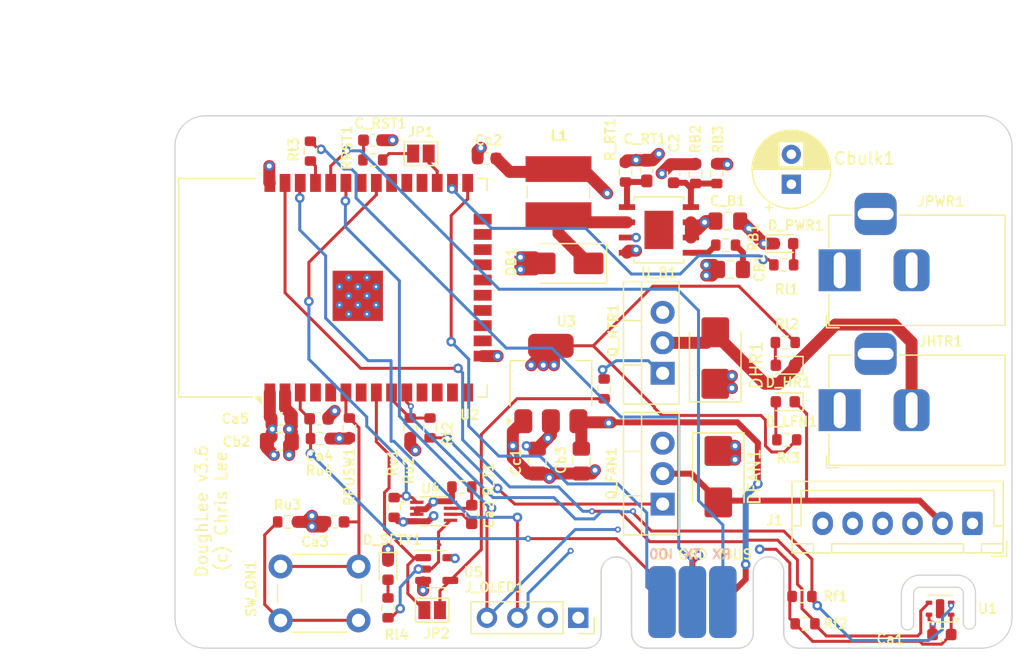
<source format=kicad_pcb>
(kicad_pcb (version 20240108) (generator "pcbnew") (generator_version "8.0")
  (layers (0 "F.Cu" signal) (1 "In1.Cu" signal) (2 "In2.Cu" signal) (31 "B.Cu" signal) (34 "B.Paste" user) (35 "F.Paste" user) (36 "B.SilkS" user "B.Silkscreen") (37 "F.SilkS" user "F.Silkscreen") (38 "B.Mask" user) (39 "F.Mask" user) (44 "Edge.Cuts" user))
  (net 0 "")
  (net 1 "+3.3V")
  (net 2 "Net-(CB1-Pad1)")
  (net 3 "PFAN+")
  (net 4 "EN")
  (net 5 "Net-(Ru3-Pad1)")
  (net 6 "RST")
  (net 7 "Net-(U_B1-RT)")
  (net 8 "Net-(DB1-K)")
  (net 9 "PFAN-")
  (net 10 "PHR-")
  (net 11 "VBUS")
  (net 12 "Net-(D_HR1-A)")
  (net 13 "Net-(D_LFN1-A)")
  (net 14 "Net-(D_PWR1-A)")
  (net 15 "Net-(JP1-A)")
  (net 16 "GND")
  (net 17 "GPIO21")
  (net 18 "GPIO22")
  (net 19 "RXC")
  (net 20 "GPIO0")
  (net 21 "Net-(Q_FAN1-G)")
  (net 22 "GPIO16")
  (net 23 "Net-(Q_HTR1-G)")
  (net 24 "Net-(U_B1-VC)")
  (net 25 "DHTR")
  (net 26 "DFAN")
  (net 27 "DBUT")
  (net 28 "RX")
  (net 29 "TX")
  (net 30 "GPIO25")
  (net 31 "GPIO23")
  (net 32 "Net-(U_B1-FB)")
  (net 33 "GPIO4")
  (net 35 "GPIO35")
  (net 38 "GPIO14")
  (net 48 "GPIO2")
  (net 52 "GPIO18")
  (net 53 "GPIO19")
  (net 57 "Net-(U4-REXT{slash}CEXT)")
  (net 58 "Net-(U4-CEXT)")
  (net 59 "QHTR")
  (net 60 "Net-(D_SFTY1-A)")
  (net 61 "DSFTY")
  (footprint "Jumper:SolderJumper-2_P1.3mm_Open_Pad1.0x1.5mm" (layer "F.Cu") (at 67.5132 31.0896)
    (property "Reference" "JP1")
    (property "Value" "SolderJumper_2_Open" (hide yes))
  )
  (footprint "chl33_library:EdgeConnector_2x3" (layer "F.Cu") (at 90.17 71.12 180)
    (property "Reference" "J3" (hide yes))
    (property "Value" "Edge2x6_Connector" (hide yes))
    (fp_line (start 7.62 5.08) (end 7.62 0) (stroke (width 0.12)) (layer "Edge.Cuts"))
    (fp_line (start 5.08 0) (end 5.08 5.08) (stroke (width 0.12)) (layer "Edge.Cuts"))
    (fp_line (start -3.81 -1.27) (end 3.81 -1.27) (stroke (width 0.12)) (layer "Edge.Cuts"))
    (fp_line (start -5.08 5.08) (end -5.08 0) (stroke (width 0.12)) (layer "Edge.Cuts"))
    (fp_line (start -7.62 5.08) (end -7.62 0) (stroke (width 0.12)) (layer "Edge.Cuts"))
    (fp_arc (start 7.62 5.08) (mid 6.35 6.35) (end 5.08 5.08) (stroke (width 0.12)) (layer "Edge.Cuts"))
    (fp_arc (start 7.62 0) (mid 7.991974 -0.898026) (end 8.89 -1.27) (stroke (width 0.12)) (layer "Edge.Cuts"))
    (fp_arc (start 3.81 -1.27) (mid 4.708026 -0.898026) (end 5.08 0) (stroke (width 0.12)) (layer "Edge.Cuts"))
    (fp_arc (start -5.08 5.08) (mid -6.35 6.35) (end -7.62 5.08) (stroke (width 0.12)) (layer "Edge.Cuts"))
    (fp_arc (start -5.08 0) (mid -4.708026 -0.898026) (end -3.81 -1.27) (stroke (width 0.12)) (layer "Edge.Cuts"))
    (fp_arc (start -8.89 -1.27) (mid -7.991974 -0.898026) (end -7.62 0) (stroke (width 0.12)) (layer "Edge.Cuts"))
  )
  (footprint "Package_TO_SOT_THT:TO-220-3_Vertical" (layer "F.Cu") (at 87.686 60.357 90)
    (property "Reference" "Q_FAN1")
    (property "Value" "IRLB8721PBF")
  )
  (footprint "chl33_library:BD90610EFJ-CE2" (layer "F.Cu") (at 87.376 37.465)
    (property "Reference" "U_B1")
    (property "Value" "BD90610EFJ-CE2")
  )
  (footprint "Capacitor_SMD:C_0603_1608Metric" (layer "F.Cu") (at 110.985 71.255 180)
    (property "Reference" "Ca1")
    (property "Value" "100nF")
  )
  (footprint "Capacitor_SMD:C_0805_2012Metric_Pad1.18x1.45mm_HandSolder" (layer "F.Cu") (at 93.1164 36.7284)
    (property "Reference" "C_B1")
    (property "Value" "4.7uF")
  )
  (footprint "Connector_JST:JST_XH_B6B-XH-A_1x06_P2.50mm_Vertical" (layer "F.Cu") (at 113.538 61.976 180)
    (property "Reference" "J1")
    (property "Value" "Conn_01x06" (hide yes))
  )
  (footprint "Resistor_SMD:R_0603_1608Metric" (layer "F.Cu") (at 92.202 32.766 90)
    (property "Reference" "RB3")
    (property "Value" "8.2k")
  )
  (footprint "Resistor_SMD:R_0603_1608Metric" (layer "F.Cu") (at 59.1312 54.8894)
    (property "Reference" "Ru4")
    (property "Value" "10k")
  )
  (footprint "LED_SMD:LED_0603_1608Metric" (layer "F.Cu") (at 97.79 38.608)
    (property "Reference" "D_PWR1")
    (property "Value" "BLU")
  )
  (footprint "Diode_SMD:D_SMB" (layer "F.Cu") (at 92.329 58.071 -90)
    (property "Reference" "DFAN1")
    (property "Value" "1N4001")
  )
  (footprint "Capacitor_SMD:C_0805_2012Metric_Pad1.18x1.45mm_HandSolder" (layer "F.Cu") (at 77.216 56.769 -90)
    (property "Reference" "Cc1")
    (property "Value" "47uF")
  )
  (footprint "Diode_SMD:D_SMA" (layer "F.Cu") (at 79.502 40.259 180)
    (property "Reference" "DB1")
    (property "Value" "SS34")
  )
  (footprint "Resistor_SMD:R_0603_1608Metric" (layer "F.Cu") (at 97.79 40.386)
    (property "Reference" "Rl1")
    (property "Value" "1k")
  )
  (footprint "Connector_BarrelJack:BarrelJack_Horizontal" (layer "F.Cu") (at 102.458 40.8355 180)
    (property "Reference" "JPWR1")
    (property "Value" "Barrel_Jack")
  )
  (footprint "Capacitor_SMD:C_0603_1608Metric_Pad1.08x0.95mm_HandSolder" (layer "F.Cu") (at 86.36 32.512 -90)
    (property "Reference" "C_RT1")
    (property "Value" "100pF")
  )
  (footprint "Resistor_SMD:R_0603_1608Metric" (layer "F.Cu") (at 56.388 61.849)
    (property "Reference" "Ru3")
    (property "Value" "10k")
  )
  (footprint "chl33_library:CD54" (layer "F.Cu") (at 78.994 34.31 180)
    (property "Reference" "L1")
    (property "Value" "100 μH")
  )
  (footprint "MountingHole:MountingHole_2.5mm" (layer "F.Cu") (at 49.53 69.85)
    (property "Reference" "REF**" (hide yes))
    (property "Value" "MountingHole_2.5mm" (hide yes))
  )
  (footprint "Resistor_SMD:R_0603_1608Metric" (layer "F.Cu") (at 63.5 31.623)
    (property "Reference" "RRST1")
    (property "Value" "470")
  )
  (footprint "LED_SMD:LED_0603_1608Metric" (layer "F.Cu") (at 64.77 65.8875 -90)
    (property "Reference" "D_SFTY1")
    (property "Value" "LED" (hide yes))
  )
  (footprint "Resistor_SMD:R_0603_1608Metric" (layer "F.Cu") (at 64.77 69.025 90)
    (property "Reference" "Rl4")
    (property "Value" "1k")
  )
  (footprint "Connector_BarrelJack:BarrelJack_Horizontal" (layer "F.Cu") (at 102.458 52.5195 180)
    (property "Reference" "JHTR1")
    (property "Value" "Barrel_Jack")
  )
  (footprint "Resistor_SMD:R_0603_1608Metric" (layer "F.Cu") (at 82.804 50.737 90)
    (property "Reference" "Rt1" (hide yes))
    (property "Value" "490")
  )
  (footprint "LED_SMD:LED_0603_1608Metric" (layer "F.Cu") (at 97.917 51.816 180)
    (property "Reference" "D_LFN1")
    (property "Value" "LED" (hide yes))
  )
  (footprint "Sensor_Humidity:Sensirion_DFN-4-1EP_2x2mm_P1mm_EP0.7x1.6mm" (layer "F.Cu") (at 110.835 69.096 180)
    (property "Reference" "U1")
    (property "Value" "SHTC3")
  )
  (footprint "Resistor_SMD:R_0603_1608Metric" (layer "F.Cu") (at 99.568 70.358 180)
    (property "Reference" "Rf2")
    (property "Value" "2.2k")
  )
  (footprint "chl33_library:SOT-23-5" (layer "F.Cu") (at 68.834 65.786)
    (property "Reference" "U5")
    (property "Value" "74LVC1G08")
  )
  (footprint "Capacitor_SMD:C_0805_2012Metric_Pad1.18x1.45mm_HandSolder" (layer "F.Cu") (at 80.899 56.769 -90)
    (property "Reference" "Cb3")
    (property "Value" "10uF")
  )
  (footprint "Capacitor_SMD:C_0603_1608Metric" (layer "F.Cu") (at 73.025 31.496 180)
    (property "Reference" "Cc2")
    (property "Value" "44uF (16V)")
  )
  (footprint "Capacitor_SMD:C_0603_1608Metric" (layer "F.Cu") (at 59.0042 53.2384 180)
    (property "Reference" "Ca4")
    (property "Value" "100nF")
  )
  (footprint "Resistor_SMD:R_0603_1608Metric" (layer "F.Cu") (at 90.424 32.766 -90)
    (property "Reference" "RB2")
    (property "Value" "43k")
  )
  (footprint "Resistor_SMD:R_0603_1608Metric" (layer "F.Cu") (at 68.2752 54.0004 -90)
    (property "Reference" "Rt2")
    (property "Value" "490")
  )
  (footprint "Capacitor_THT:CP_Radial_D6.3mm_P2.50mm" (layer "F.Cu") (at 98.425 33.655 90)
    (property "Reference" "Cbulk1")
    (property "Value" "220uF (35Vx2)")
  )
  (footprint "Package_TO_SOT_THT:TO-220-3_Vertical" (layer "F.Cu") (at 87.686 49.435 90)
    (property "Reference" "Q_HTR1")
    (property "Value" "IRLB8721PBF")
  )
  (footprint "Capacitor_SMD:C_0603_1608Metric" (layer "F.Cu") (at 60.325 61.849 180)
    (property "Reference" "Ca3")
    (property "Value" "100nF")
  )
  (footprint "Resistor_SMD:R_0603_1608Metric" (layer "F.Cu") (at 66.6242 54.0004 -90)
    (property "Reference" "Ru2")
    (property "Value" "12k")
  )
  (footprint "Resistor_SMD:R_0603_1608Metric" (layer "F.Cu") (at 65.278 60.642 -90)
    (property "Reference" "Ru1")
    (property "Value" "12k")
  )
  (footprint "Resistor_SMD:R_0603_1608Metric" (layer "F.Cu") (at 98.044 54.991 180)
    (property "Reference" "Rl3")
    (property "Value" "1k")
  )
  (footprint "Resistor_SMD:R_0603_1608Metric" (layer "F.Cu") (at 58.293 30.8864 90)
    (property "Reference" "Rt3")
    (property "Value" "470")
  )
  (footprint "Diode_SMD:D_SMB" (layer "F.Cu") (at 92.075 48.165 90)
    (property "Reference" "DHR1")
    (property "Value" "SS34-E3/9AT")
  )
  (footprint "Resistor_SMD:R_0603_1608Metric" (layer "F.Cu") (at 61.5442 54.0004 90)
    (property "Reference" "RPUSW1")
    (property "Value" "100k")
  )
  (footprint "Capacitor_SMD:C_0603_1608Metric" (layer "F.Cu") (at 63.5 29.972)
    (property "Reference" "C_RST1")
    (property "Value" "100nF")
  )
  (footprint "Package_TO_SOT_SMD:SOT-223-3_TabPin2" (layer "F.Cu") (at 78.359 50.292 90)
    (property "Reference" "U3")
    (property "Value" "AMS1117-3.3")
  )
  (footprint "RF_Module:ESP32-WROOM-32" (layer "F.Cu") (at 63.157 42.291 90)
    (property "Reference" "U2")
    (property "Value" "ESP32-WROOM-32")
  )
  (footprint "Button_Switch_THT:SW_PUSH_6mm" (layer "F.Cu") (at 55.805 65.568)
    (property "Reference" "SW_ON1")
    (property "Value" "SW_Push")
  )
  (footprint "Capacitor_SMD:C_0603_1608Metric" (layer "F.Cu") (at 55.8292 53.2384 180)
    (property "Reference" "Ca5")
    (property "Value" "100nF")
  )
  (footprint "Capacitor_SMD:C_0805_2012Metric_Pad1.18x1.45mm_HandSolder" (layer "F.Cu") (at 93.345 40.767 180)
    (property "Reference" "CB1")
    (property "Value" "10nF (50V)")
  )
  (footprint "Resistor_SMD:R_0603_1608Metric" (layer "F.Cu") (at 99.314 68.072 180)
    (property "Reference" "Rf1")
    (property "Value" "2.2k")
  )
  (footprint "Capacitor_SMD:C_0603_1608Metric" (layer "F.Cu") (at 71.755 61.227 -90)
    (property "Reference" "Ca2")
    (property "Value" "100nF")
  )
  (footprint "chl33_library:SOP50P310X90-8N" (layer "F.Cu") (at 68.58 60.96)
    (property "Reference" "U4")
    (property "Value" "SN74LVC1G123DCUR")
  )
  (footprint "LED_SMD:LED_0603_1608Metric" (layer "F.Cu") (at 97.917 48.768 180)
    (property "Reference" "D_HR1")
    (property "Value" "LED" (hide yes))
  )
  (footprint "Connector_PinSocket_2.54mm:PinSocket_1x04_P2.54mm_Vertical" (layer "F.Cu") (at 80.645 69.85 -90)
    (property "Reference" "J_OLED1")
    (property "Value" "Conn_01x04_Female" (hide yes))
  )
  (footprint "Capacitor_SMD:C_0603_1608Metric" (layer "F.Cu") (at 88.5952 32.753 -90)
    (property "Reference" "C2")
    (property "Value" "180pF (50V)")
  )
  (footprint "MountingHole:MountingHole_2.5mm" (layer "F.Cu") (at 114.3 30.48)
    (property "Reference" "REF**" (hide yes))
    (property "Value" "MountingHole_2.5mm" (hide yes))
  )
  (footprint "Capacitor_SMD:C_0805_2012Metric_Pad1.18x1.45mm_HandSolder" (layer "F.Cu") (at 55.7022 55.1434 180)
    (property "Reference" "Cb2")
    (property "Value" "10uF")
  )
  (footprint "Resistor_SMD:R_0603_1608Metric" (layer "F.Cu") (at 97.917 46.863 180)
    (property "Reference" "Rl2")
    (property "Value" "1k")
  )
  (footprint "Resistor_SMD:R_0603_1608Metric" (layer "F.Cu") (at 92.9425 38.735)
    (property "Reference" "RB1")
    (property "Value" "33k")
  )
  (footprint "Resistor_SMD:R_0603_1608Metric" (layer "F.Cu") (at 84.582 32.639 -90)
    (property "Reference" "R_RT1")
    (property "Value" "27k")
  )
  (footprint "Resistor_SMD:R_0603_1608Metric" (layer "F.Cu") (at 70.93 58.928 180)
    (property "Reference" "R_T1")
    (property "Value" "100k")
  )
  (footprint "Jumper:SolderJumper-2_P1.3mm_Open_Pad1.0x1.5mm" (layer "F.Cu") (at 68.453 69.215)
    (property "Reference" "JP2")
    (property "Value" "SolderJumper_2_Open" (hide yes))
  )
  (footprint "MountingHole:MountingHole_2.5mm" (layer "B.Cu") (at 77.1144 44.196 180)
    (property "Reference" "REF**" (hide yes))
    (property "Value" "MountingHole_2.5mm" (hide yes))
  )
  (gr_arc (start 114.3 27.94) (mid 116.096051 28.683949) (end 116.84 30.48) (stroke (width 0.1)) (layer "Edge.Cuts"))
  (gr_line (start 116.84 30.48) (end 116.84 69.85) (stroke (width 0.1)) (layer "Edge.Cuts"))
  (gr_line (start 46.99 68.58) (end 46.99 30.48) (stroke (width 0.1)) (layer "Edge.Cuts"))
  (gr_arc (start 113.792 70.296369) (mid 113.284 70.804369) (end 112.776 70.296369) (stroke (width 0.1)) (layer "Edge.Cuts"))
  (gr_arc (start 112.268 67.31) (mid 112.62717 67.458821) (end 112.776 67.818) (stroke (width 0.1)) (layer "Edge.Cuts"))
  (gr_line (start 108.624841 67.818) (end 108.624841 70.358) (stroke (width 0.1)) (layer "Edge.Cuts"))
  (gr_line (start 46.99 68.58) (end 46.99 69.85) (stroke (width 0.1)) (layer "Edge.Cuts"))
  (gr_arc (start 107.608841 67.818) (mid 108.055202 66.740364) (end 109.132841 66.294) (stroke (width 0.1)) (layer "Edge.Cuts"))
  (gr_line (start 114.3 72.39) (end 99.06 72.39) (stroke (width 0.1)) (layer "Edge.Cuts"))
  (gr_line (start 109.132841 67.31) (end 112.268 67.31) (stroke (width 0.1)) (layer "Edge.Cuts"))
  (gr_arc (start 116.84 69.85) (mid 116.096051 71.646051) (end 114.3 72.39) (stroke (width 0.1)) (layer "Edge.Cuts"))
  (gr_arc (start 46.99 30.48) (mid 47.733949 28.683949) (end 49.53 27.94) (stroke (width 0.1)) (layer "Edge.Cuts"))
  (gr_arc (start 108.624841 70.358) (mid 108.116841 70.866) (end 107.608841 70.358) (stroke (width 0.1)) (layer "Edge.Cuts"))
  (gr_line (start 113.792 67.818) (end 113.792 70.296369) (stroke (width 0.1)) (layer "Edge.Cuts"))
  (gr_arc (start 49.53 72.39) (mid 47.733949 71.646051) (end 46.99 69.85) (stroke (width 0.1)) (layer "Edge.Cuts"))
  (gr_line (start 81.28 72.39) (end 49.53 72.39) (stroke (width 0.1)) (layer "Edge.Cuts"))
  (gr_arc (start 108.624841 67.818) (mid 108.773622 67.458784) (end 109.132841 67.31) (stroke (width 0.1)) (layer "Edge.Cuts"))
  (gr_line (start 112.776 70.296369) (end 112.776 67.818) (stroke (width 0.1)) (layer "Edge.Cuts"))
  (gr_line (start 109.132841 66.294) (end 112.268 66.294) (stroke (width 0.1)) (layer "Edge.Cuts"))
  (gr_line (start 49.53 27.94) (end 114.3 27.94) (stroke (width 0.1)) (layer "Edge.Cuts"))
  (gr_arc (start 112.268 66.294) (mid 113.34559 66.7404) (end 113.792 67.818) (stroke (width 0.1)) (layer "Edge.Cuts"))
  (gr_line (start 107.608841 70.358) (end 107.608841 67.818) (stroke (width 0.1)) (layer "Edge.Cuts"))
  (gr_text "TX" (at 90.932 65.024 0) (layer "B.SilkS") (effects (font (size 0.8 0.8) (thickness 0.15) (bold yes)) (justify left bottom mirror)))
  (gr_text "RX" (at 93.472 65.024 0) (layer "B.SilkS") (effects (font (size 0.8 0.8) (thickness 0.15) (bold yes)) (justify left bottom mirror)))
  (gr_text "IO0" (at 88.646 65.024 0) (layer "B.SilkS") (effects (font (size 0.8 0.8) (thickness 0.15) (bold yes)) (justify left bottom mirror)))
  (gr_text "EN\n" (at 86.868 65.024 0) (layer "F.SilkS") (effects (font (size 0.8 0.8) (thickness 0.15) (bold yes)) (justify left bottom)))
  (gr_text "GND" (at 88.9 65.024 0) (layer "F.SilkS") (effects (font (size 0.8 0.8) (thickness 0.15) (bold yes)) (justify left bottom)))
  (gr_text "DoughLee v3.6\n(c) Chris Lee" (at 50.038 60.96 90) (layer "F.SilkS") (effects (font (size 1 1))))
  (gr_text "VBUS\n" (at 91.948 65.024 0) (layer "F.SilkS") (effects (font (size 0.8 0.8) (thickness 0.15) (bold yes)) (justify left bottom)))
  (segment (start 61.4552 54.8894) (end 61.5192 54.8254) (width 1) (layer "F.Cu") (net 1))
  (segment (start 100.209 71.824) (end 109.152396 71.824) (width 0.25) (layer "F.Cu") (net 1))
  (segment (start 69.985 60.125) (end 68.586876 60.125) (width 0.5) (layer "F.Cu") (net 1))
  (segment (start 78.0835 54.864) (end 77.216 55.7315) (width 1) (layer "F.Cu") (net 1))
  (segment (start 97.155 64.135) (end 98.298 65.278) (width 0.25) (layer "F.Cu") (net 1))
  (segment (start 86.995 52.324) (end 87.63 52.959) (width 0.25) (layer "F.Cu") (net 1))
  (segment (start 109.152396 71.824) (end 109.383396 72.055) (width 0.25) (layer "F.Cu") (net 1))
  (segment (start 56.515 54.102) (end 56.7397 54.3267) (width 1) (layer "F.Cu") (net 1))
  (segment (start 56.6042 52.7634) (end 56.6042 53.2384) (width 1) (layer "F.Cu") (net 1))
  (segment (start 86.868 42.164) (end 94.043 42.164) (width 0.25) (layer "F.Cu") (net 1))
  (segment (start 109.383396 72.055) (end 110.96 72.055) (width 0.25) (layer "F.Cu") (net 1))
  (segment (start 67.916876 60.795) (end 67.175 60.795) (width 0.5) (layer "F.Cu") (net 1))
  (segment (start 60.6806 54.8894) (end 60.706 54.864) (width 1) (layer "F.Cu") (net 1))
  (segment (start 70.105 60.005) (end 69.985 60.125) (width 0.5) (layer "F.Cu") (net 1))
  (segment (start 78.359 47.142) (end 81.89 47.142) (width 0.25) (layer "F.Cu") (net 1))
  (segment (start 76.5595 55.7315) (end 76.327 55.499) (width 0.5) (layer "F.Cu") (net 1))
  (segment (start 98.298 69.913) (end 98.743 70.358) (width 0.25) (layer "F.Cu") (net 1))
  (segment (start 94.043 42.164) (end 98.742 46.863) (width 0.25) (layer "F.Cu") (net 1))
  (segment (start 87.63 52.959) (end 95.885 52.959) (width 0.25) (layer "F.Cu") (net 1))
  (segment (start 78.105 54.8425) (end 78.105 54.864) (width 1) (layer "F.Cu") (net 1))
  (segment (start 81.89 47.142) (end 86.995 52.247) (width 0.25) (layer "F.Cu") (net 1))
  (segment (start 56.7397 52.8989) (end 56.7397 53.8773) (width 1) (layer "F.Cu") (net 1))
  (segment (start 56.7397 53.8773) (end 56.515 54.102) (width 1) (layer "F.Cu") (net 1))
  (segment (start 76.708 48.768) (end 76.733 48.768) (width 1) (layer "F.Cu") (net 1))
  (segment (start 60.7314 54.8894) (end 61.4552 54.8894) (width 1) (layer "F.Cu") (net 1))
  (segment (start 98.298 65.278) (end 98.298 69.913) (width 0.25) (layer "F.Cu") (net 1))
  (segment (start 97.853 56.007) (end 98.869 54.991) (width 0.25) (layer "F.Cu") (net 1))
  (segment (start 110.96 72.055) (end 111.76 71.255) (width 0.25) (layer "F.Cu") (net 1))
  (segment (start 78.613 48.768) (end 78.613 47.396) (width 1) (layer "F.Cu") (net 1))
  (segment (start 78.359 53.442) (end 78.359 54.5885) (width 1) (layer "F.Cu") (net 1))
  (segment (start 78.613 47.396) (end 78.359 47.142) (width 1) (layer "F.Cu") (net 1))
  (segment (start 78.359 54.5885) (end 78.105 54.8425) (width 1) (layer "F.Cu") (net 1))
  (segment (start 96.774 56.007) (end 97.853 56.007) (width 0.25) (layer "F.Cu") (net 1))
  (segment (start 95.885 52.959) (end 96.266 53.34) (width 0.25) (layer "F.Cu") (net 1))
  (segment (start 56.7397 54.3267) (end 56.7397 55.1434) (width 1) (layer "F.Cu") (net 1))
  (segment (start 56.7397 53.3739) (end 56.6042 53.2384) (width 0.5) (layer "F.Cu") (net 1))
  (segment (start 56.515 56.261) (end 56.515 55.3681) (width 1) (layer "F.Cu") (net 1))
  (segment (start 77.216 55.7315) (end 76.5595 55.7315) (width 0.5) (layer "F.Cu") (net 1))
  (segment (start 60.706 54.864) (end 60.7314 54.8894) (width 1) (layer "F.Cu") (net 1))
  (segment (start 77.724 48.768) (end 77.724 47.777) (width 1) (layer "F.Cu") (net 1))
  (segment (start 76.733 48.768) (end 78.359 47.142) (width 1) (layer "F.Cu") (net 1))
  (segment (start 68.586876 60.125) (end 67.916876 60.795) (width 0.5) (layer "F.Cu") (net 1))
  (segment (start 70.105 58.928) (end 70.105 60.005) (width 0.5) (layer "F.Cu") (net 1))
  (segment (start 96.266 55.499) (end 96.774 56.007) (width 0.25) (layer "F.Cu") (net 1))
  (segment (start 111.76 71.255) (end 111.76 69.596) (width 0.25) (layer "F.Cu") (net 1))
  (segment (start 81.89 47.142) (end 86.868 42.164) (width 0.25) (layer "F.Cu") (net 1))
  (segment (start 95.783158 64.135) (end 97.155 64.135) (width 0.25) (layer "F.Cu") (net 1))
  (segment (start 56.515 55.3681) (end 56.7397 55.1434) (width 1) (layer "F.Cu") (net 1))
  (segment (start 98.743 70.358) (end 100.209 71.824) (width 0.25) (layer "F.Cu") (net 1))
  (segment (start 67.175 60.795) (end 67.175 61.095) (width 0.5) (layer "F.Cu") (net 1))
  (segment (start 96.266 53.34) (end 96.266 55.499) (width 0.25) (layer "F.Cu") (net 1))
  (segment (start 59.9562 54.8894) (end 60.6806 54.8894) (width 1) (layer "F.Cu") (net 1))
  (segment (start 56.177 51.041) (end 56.177 52.3362) (width 1) (layer "F.Cu") (net 1))
  (segment (start 56.177 52.3362) (end 56.6042 52.7634) (width 1) (layer "F.Cu") (net 1))
  (segment (start 78.105 54.864) (end 78.0835 54.864) (width 1) (layer "F.Cu") (net 1))
  (segment (start 56.6042 52.7634) (end 56.7397 52.8989) (width 1) (layer "F.Cu") (net 1))
  (segment (start 77.724 47.777) (end 78.359 47.142) (width 1) (layer "F.Cu") (net 1))
  (segment (start 86.995 52.247) (end 86.995 52.324) (width 0.25) (layer "F.Cu") (net 1))
  (via (at 56.515 54.102) (size 0.8) (drill 0.4) (layers "F.Cu" "B.Cu") (net 1))
  (via (at 78.613 48.768) (size 0.8) (drill 0.4) (layers "F.Cu" "B.Cu") (net 1))
  (via (at 56.515 56.261) (size 0.8) (drill 0.4) (layers "F.Cu" "B.Cu") (net 1))
  (via (at 68.546938 60.164938) (size 0.8) (drill 0.4) (layers "F.Cu" "B.Cu") (net 1))
  (via (at 60.706 54.864) (size 0.8) (drill 0.4) (layers "F.Cu" "B.Cu") (net 1))
  (via (at 76.327 55.499) (size 0.8) (drill 0.4) (layers "F.Cu" "B.Cu") (net 1))
  (via (at 78.105 54.864) (size 0.8) (drill 0.4) (layers "F.Cu" "B.Cu") (net 1))
  (via (at 70.358 64.897) (size 0.8) (drill 0.4) (layers "F.Cu" "B.Cu") (net 1))
  (via (at 76.708 48.768) (size 0.8) (drill 0.4) (layers "F.Cu" "B.Cu") (net 1))
  (via (at 77.724 48.768) (size 0.8) (drill 0.4) (layers "F.Cu" "B.Cu") (net 1))
  (via (at 95.783158 64.135) (size 0.8) (drill 0.4) (layers "F.Cu" "B.Cu") (net 1))
  (segment (start 94.3825 39.35) (end 93.7675 38.735) (width 0.5) (layer "F.Cu") (net 2))
  (segment (start 94.3825 40.767) (end 94.3825 39.35) (width 0.5) (layer "F.Cu") (net 2))
  (segment (start 90.043 37.465) (end 90.043 36.83) (width 1) (layer "F.Cu") (net 3))
  (segment (start 91.2876 36.7284) (end 91.186 36.83) (width 1) (layer "F.Cu") (net 3))
  (segment (start 92.964 50.165) (end 93.472 49.657) (width 1) (layer "F.Cu") (net 3))
  (segment (start 90.043 37.465) (end 90.551 37.465) (width 1) (layer "F.Cu") (net 3))
  (segment (start 92.0789 36.7284) (end 91.2876 36.7284) (width 1) (layer "F.Cu") (net 3))
  (segment (start 92.964 50.165) (end 93.472 50.673) (width 1) (layer "F.Cu") (net 3))
  (segment (start 91.186 36.83) (end 92.062 36.83) (width 0.5) (layer "F.Cu") (net 3))
  (segment (start 90.551 37.465) (end 91.186 36.83) (width 1) (layer "F.Cu") (net 3))
  (segment (start 93.726 55.499) (end 93.726 56.642) (width 1) (layer "F.Cu") (net 3))
  (segment (start 93.726 56.642) (end 92.9 56.642) (width 1) (layer "F.Cu") (net 3))
  (segment (start 92.9 56.642) (end 92.329 56.071) (width 1) (layer "F.Cu") (net 3))
  (segment (start 92.901 55.499) (end 92.329 56.071) (width 1) (layer "F.Cu") (net 3))
  (segment (start 93.726 55.499) (end 92.901 55.499) (width 1) (layer "F.Cu") (net 3))
  (segment (start 90.043 38.1) (end 90.043 37.465) (width 1) (layer "F.Cu") (net 3))
  (segment (start 92.075 50.165) (end 92.964 50.165) (width 1) (layer "F.Cu") (net 3))
  (via (at 85.471 38.1) (size 0.8) (drill 0.4) (layers "F.Cu" "B.Cu") (net 3))
  (via (at 93.472 50.673) (size 0.8) (drill 0.4) (layers "F.Cu" "B.Cu") (net 3))
  (via (at 91.186 36.83) (size 0.8) (drill 0.4) (layers "F.Cu" "B.Cu") (net 3))
  (via (at 93.726 55.499) (size 0.8) (drill 0.4) (layers "F.Cu" "B.Cu") (net 3))
  (via (at 93.726 56.642) (size 0.8) (drill 0.4) (layers "F.Cu" "B.Cu") (net 3))
  (via (at 93.472 49.657) (size 0.8) (drill 0.4) (layers "F.Cu" "B.Cu") (net 3))
  (segment (start 58.2292 53.2384) (end 57.447 52.4562) (width 0.25) (layer "F.Cu") (net 4))
  (segment (start 58.3062 56.1208) (end 58.293 56.134) (width 0.25) (layer "F.Cu") (net 4))
  (segment (start 83.82 63.246) (end 87.63 67.056) (width 0.25) (layer "F.Cu") (net 4))
  (segment (start 58.3062 54.8894) (end 58.3062 56.1208) (width 0.25) (layer "F.Cu") (net 4))
  (segment (start 83.82 63.246) (end 76.454 63.246) (width 0.25) (layer "F.Cu") (net 4))
  (segment (start 87.63 68.54) (end 87.63 67.056) (width 0.25) (layer "F.Cu") (net 4))
  (segment (start 58.3062 54.8894) (end 58.3062 53.3154) (width 0.25) (layer "F.Cu") (net 4))
  (segment (start 58.3062 53.3154) (end 58.2292 53.2384) (width 0.25) (layer "F.Cu") (net 4))
  (segment (start 57.447 52.4562) (end 57.447 51.041) (width 0.25) (layer "F.Cu") (net 4))
  (via (at 76.454 63.246) (size 0.5) (drill 0.25) (layers "F.Cu" "B.Cu") (net 4))
  (via (at 58.293 56.134) (size 0.8) (drill 0.4) (layers "F.Cu" "B.Cu") (net 4))
  (segment (start 65.405 63.246) (end 58.293 56.134) (width 0.25) (layer "B.Cu") (net 4))
  (segment (start 76.454 63.246) (end 65.405 63.246) (width 0.25) (layer "B.Cu") (net 4))
  (segment (start 55.563 61.849) (end 54.48 62.932) (width 0.25) (layer "F.Cu") (net 5))
  (segment (start 55.805 70.068) (end 62.305 70.068) (width 0.25) (layer "F.Cu") (net 5))
  (segment (start 54.48 62.932) (end 54.48 68.743) (width 0.25) (layer "F.Cu") (net 5))
  (segment (start 54.48 68.743) (end 55.805 70.068) (width 0.25) (layer "F.Cu") (net 5))
  (segment (start 62.725 29.972) (end 62.725 31.573) (width 0.25) (layer "F.Cu") (net 6))
  (segment (start 62.725 31.573) (end 62.675 31.623) (width 0.25) (layer "F.Cu") (net 6))
  (segment (start 84.709 33.591) (end 84.582 33.464) (width 0.5) (layer "F.Cu") (net 7))
  (segment (start 84.709 35.56) (end 84.709 33.591) (width 0.5) (layer "F.Cu") (net 7))
  (segment (start 84.582 33.464) (end 86.2705 33.464) (width 0.5) (layer "F.Cu") (net 7))
  (segment (start 86.2705 33.464) (end 86.36 33.3745) (width 0.5) (layer "F.Cu") (net 7))
  (segment (start 78.994 37.751) (end 81.502 40.259) (width 1) (layer "F.Cu") (net 8))
  (segment (start 78.994 36.235) (end 79.589 36.83) (width 1) (layer "F.Cu") (net 8))
  (segment (start 79.589 36.83) (end 84.709 36.83) (width 1) (layer "F.Cu") (net 8))
  (segment (start 78.994 36.235) (end 78.994 37.751) (width 1) (layer "F.Cu") (net 8))
  (segment (start 99.695 60.071) (end 109.133 60.071) (width 0.5) (layer "F.Cu") (net 9))
  (segment (start 109.133 60.071) (end 111.038 61.976) (width 0.5) (layer "F.Cu") (net 9))
  (segment (start 99.695 52.8065) (end 99.695 60.071) (width 0.25) (layer "F.Cu") (net 9))
  (segment (start 87.686 57.817) (end 90.075 57.817) (width 0.5) (layer "F.Cu") (net 9))
  (segment (start 90.075 57.817) (end 92.329 60.071) (width 0.5) (layer "F.Cu") (net 9))
  (segment (start 92.329 60.071) (end 99.695 60.071) (width 0.5) (layer "F.Cu") (net 9))
  (segment (start 98.7045 51.816) (end 99.695 52.8065) (width 0.25) (layer "F.Cu") (net 9))
  (segment (start 102.103 45.3695) (end 106.985386 45.3695) (width 1) (layer "F.Cu") (net 10))
  (segment (start 91.345 46.895) (end 92.075 46.165) (width 1) (layer "F.Cu") (net 10))
  (segment (start 98.7045 48.768) (end 102.103 45.3695) (width 1) (layer "F.Cu") (net 10))
  (segment (start 87.686 46.895) (end 91.345 46.895) (width 1) (layer "F.Cu") (net 10))
  (segment (start 97.371059 50.30075) (end 98.7045 48.967309) (width 1) (layer "F.Cu") (net 10))
  (segment (start 108.458 46.842114) (end 108.458 52.5195) (width 1) (layer "F.Cu") (net 10))
  (segment (start 98.7045 48.967309) (end 98.7045 48.768) (width 1) (layer "F.Cu") (net 10))
  (segment (start 96.21075 50.30075) (end 97.371059 50.30075) (width 1) (layer "F.Cu") (net 10))
  (segment (start 106.985386 45.3695) (end 108.458 46.842114) (width 1) (layer "F.Cu") (net 10))
  (segment (start 92.075 46.165) (end 96.21075 50.30075) (width 1) (layer "F.Cu") (net 10))
  (segment (start 94.615 66.635) (end 94.615 65.405) (width 0.5) (layer "F.Cu") (net 11))
  (segment (start 88.5952 31.978) (end 88.355818 31.978) (width 1) (layer "F.Cu") (net 11))
  (segment (start 95.631 55.245) (end 95.631 58.674) (width 0.5) (layer "F.Cu") (net 11))
  (segment (start 92.71 68.54) (end 94.615 66.635) (width 0.5) (layer "F.Cu") (net 11))
  (segment (start 74.923 32.619) (end 73.8 31.496) (width 1) (layer "F.Cu") (net 11))
  (segment (start 83.372 53.534) (end 93.92 53.534) (width 0.5) (layer "F.Cu") (net 11))
  (segment (start 78.994 32.385) (end 81.026 32.385) (width 1) (layer "F.Cu") (net 11))
  (segment (start 93.92 53.534) (end 95.631 55.245) (width 0.5) (layer "F.Cu") (net 11))
  (segment (start 88.355818 31.978) (end 87.598909 32.734909) (width 1) (layer "F.Cu") (net 11))
  (segment (start 78.994 32.619) (end 74.923 32.619) (width 1) (layer "F.Cu") (net 11))
  (segment (start 90.387 31.978) (end 90.424 31.941) (width 1) (layer "F.Cu") (net 11))
  (segment (start 80.751 53.534) (end 83.372 53.534) (width 1) (layer "F.Cu") (net 11))
  (segment (start 80.899 53.682) (end 80.751 53.534) (width 1) (layer "F.Cu") (net 11))
  (segment (start 80.899 55.7315) (end 80.899 53.682) (width 1) (layer "F.Cu") (net 11))
  (segment (start 80.899 53.682) (end 80.659 53.442) (width 0.5) (layer "F.Cu") (net 11))
  (segment (start 88.5952 31.978) (end 90.387 31.978) (width 1) (layer "F.Cu") (net 11))
  (segment (start 81.026 32.385) (end 83.058 34.417) (width 1) (layer "F.Cu") (net 11))
  (segment (start 80.659 53.442) (end 80.751 53.534) (width 0.5) (layer "F.Cu") (net 11))
  (via (at 83.058 34.417) (size 0.8) (drill 0.4) (layers "F.Cu" "B.Cu") (net 11))
  (via (at 83.185 53.594) (size 0.8) (drill 0.4) (layers "F.Cu" "B.Cu") (net 11))
  (via (at 87.63 32.766) (size 0.8) (drill 0.4) (layers "F.Cu" "B.Cu") (net 11))
  (via (at 95.631 58.674) (size 0.8) (drill 0.4) (layers "F.Cu" "B.Cu") (net 11))
  (via (at 94.615 65.405) (size 0.8) (drill 0.4) (layers "F.Cu" "B.Cu") (net 11))
  (segment (start 94.615 65.405) (end 94.615 59.69) (width 0.5) (layer "B.Cu") (net 11))
  (segment (start 94.615 59.69) (end 95.631 58.674) (width 0.5) (layer "B.Cu") (net 11))
  (segment (start 97.092 46.863) (end 97.092 48.7305) (width 0.25) (layer "F.Cu") (net 12))
  (segment (start 97.092 48.7305) (end 97.1295 48.768) (width 0.25) (layer "F.Cu") (net 12))
  (segment (start 97.1295 54.9015) (end 97.219 54.991) (width 0.25) (layer "F.Cu") (net 13))
  (segment (start 97.1295 51.816) (end 97.1295 54.9015) (width 0.25) (layer "F.Cu") (net 13))
  (segment (start 98.615 38.6455) (end 98.5775 38.608) (width 0.25) (layer "F.Cu") (net 14))
  (segment (start 98.615 40.386) (end 98.615 38.6455) (width 0.25) (layer "F.Cu") (net 14))
  (segment (start 64.325 31.623) (end 64.8584 31.0896) (width 0.25) (layer "F.Cu") (net 15))
  (segment (start 64.8584 31.0896) (end 66.8632 31.0896) (width 0.25) (layer "F.Cu") (net 15))
  (segment (start 86.8415 31.6495) (end 87.376 31.115) (width 1) (layer "F.Cu") (net 16))
  (segment (start 54.907 53.0912) (end 55.0542 53.2384) (width 1) (layer "F.Cu") (net 16))
  (segment (start 54.6647 55.6807) (end 55.245 56.261) (width 1) (layer "F.Cu") (net 16))
  (segment (start 86.36 31.6495) (end 85.4975 31.6495) (width 1) (layer "F.Cu") (net 16))
  (segment (start 54.907 51.041) (end 54.907 53.0912) (width 1) (layer "F.Cu") (net 16))
  (segment (start 76.994 39.751) (end 77.502 40.259) (width 1) (layer "F.Cu") (net 16))
  (segment (start 54.864 32.131) (end 54.864 33.498) (width 1) (layer "F.Cu") (net 16))
  (segment (start 55.0542 53.2384) (end 55.0542 53.7842) (width 1) (layer "F.Cu") (net 16))
  (segment (start 76.994 40.767) (end 77.502 40.259) (width 1) (layer "F.Cu") (net 16))
  (segment (start 58.42 62.23) (end 58.42 61.341) (width 1) (layer "F.Cu") (net 16))
  (segment (start 75.184 56.4995) (end 76.491 57.8065) (width 1) (layer "F.Cu") (net 16))
  (segment (start 72.25 30.874) (end 72.517 30.607) (width 1) (layer "F.Cu") (net 16))
  (segment (start 58.928 61.849) (end 59.309 62.23) (width 1) (layer "F.Cu") (net 16))
  (segment (start 85.4975 31.6495) (end 85.471 31.623) (width 1) (layer "F.Cu") (net 16))
  (segment (start 90.17 65.151) (end 90.678 64.643) (width 0.5) (layer "F.Cu") (net 16))
  (segment (start 110.21 71.255) (end 110.21 70.384) (width 0.5) (layer "F.Cu") (net 16))
  (segment (start 66.421 61.795) (end 68.126 61.795) (width 0.5) (layer "F.Cu") (net 16))
  (segment (start 94.488 36.957) (end 94.869 37.338) (width 1) (layer "F.Cu") (net 16))
  (segment (start 59.309 62.23) (end 58.42 62.23) (width 1) (layer "F.Cu") (net 16))
  (segment (start 66.04 61.849) (end 66.094 61.795) (width 0.5) (layer "F.Cu") (net 16))
  (segment (start 76.491 57.8065) (end 77.216 57.8065) (width 1) (layer "F.Cu") (net 16))
  (segment (start 85.471 31.623) (end 85.4445 31.6495) (width 1) (layer "F.Cu") (net 16))
  (segment (start 96.139 38.608) (end 97.0025 38.608) (width 1) (layer "F.Cu") (net 16))
  (segment (start 84.709 39.37) (end 84.879 39.2) (width 1) (layer "F.Cu") (net 16))
  (segment (start 84.879 39.2) (end 85.471 39.2) (width 1) (layer "F.Cu") (net 16))
  (segment (start 66.6242 55.4482) (end 67.056 55.88) (width 1) (layer "F.Cu") (net 16))
  (segment (start 110.236 70.358) (end 109.91 70.032) (width 0.25) (layer "F.Cu") (net 16))
  (segment (start 66.421 61.795) (end 67.175 61.795) (width 0.5) (layer "F.Cu") (net 16))
  (segment (start 65.606 61.795) (end 65.986 61.795) (width 0.5) (layer "F.Cu") (net 16))
  (segment (start 57.912 61.849) (end 57.213 61.849) (width 1) (layer "F.Cu") (net 16))
  (segment (start 91.7995 41.275) (end 92.3075 40.767) (width 1) (layer "F.Cu") (net 16))
  (segment (start 58.42 61.341) (end 57.912 61.849) (width 1) (layer "F.Cu") (net 16))
  (segment (start 59.55 61.849) (end 58.928 61.849) (width 1) (layer "F.Cu") (net 16))
  (segment (start 94.869 37.338) (end 96.139 38.608) (width 1) (layer "F.Cu") (net 16))
  (segment (start 66.094 61.795) (end 66.421 61.795) (width 0.5) (layer "F.Cu") (net 16))
  (segment (start 67.6965 67.5585) (end 67.6965 66.886) (width 1) (layer "F.Cu") (net 16))
  (segment (start 75.184 55.499) (end 75.184 56.4995) (width 1) (layer "F.Cu") (net 16))
  (segment (start 54.6647 55.1434) (end 54.6647 55.6807) (width 1) (layer "F.Cu") (net 16))
  (segment (start 64.77 65.1) (end 64.77 64.135) (width 1) (layer "F.Cu") (net 16))
  (segment (start 75.819 40.767) (end 75.819 39.751) (width 1) (layer "F.Cu") (net 16))
  (segment (start 93.028 31.941) (end 93.091 32.004) (width 1) (layer "F.Cu") (net 16))
  (segment (start 65.406 61.595) (end 65.521 61.71) (width 0.25) (layer "F.Cu") (net 16))
  (segment (start 67.691 67.564) (end 67.6965 67.5585) (width 1) (layer "F.Cu") (net 16))
  (segment (start 59.7792 53.1238) (end 60.325 52.578) (width 1) (layer "F.Cu") (net 16))
  (segment (start 68.126 61.795) (end 68.58 61.341) (width 0.5) (layer "F.Cu") (net 16))
  (segment (start 75.819 40.767) (end 76.994 40.767) (width 1) (layer "F.Cu") (net 16))
  (segment (start 92.202 31.941) (end 93.028 31.941) (width 1) (layer "F.Cu") (net 16))
  (segment (start 109.91 70.032) (end 109.91 69.596) (width 0.25) (layer "F.Cu") (net 16))
  (segment (start 91.313 40.386) (end 91.9265 40.386) (width 1) (layer "F.Cu") (net 16))
  (segment (start 75.819 39.751) (end 76.994 39.751) (width 1) (layer "F.Cu") (net 16))
  (segment (start 81.7665 57.8065) (end 82.042 57.531) (width 1) (layer "F.Cu") (net 16))
  (segment (start 86.36 31.6495) (end 86.8415 31.6495) (width 1) (layer "F.Cu") (net 16))
  (segment (start 80.899 57.8065) (end 78.5915 57.8065) (width 1) (layer "F.Cu") (net 16))
  (segment (start 72.667 48.001) (end 73.909 48.001) (width 1) (layer "F.Cu") (net 16))
  (segment (start 64.275 29.972) (end 65.151 29.972) (width 1) (layer "F.Cu") (net 16))
  (segment (start 75.184 54.317) (end 76.059 53.442) (width 1) (layer "F.Cu") (net 16))
  (segment (start 77.8725 57.8065) (end 77.216 57.8065) (width 1) (layer "F.Cu") (net 16))
  (segment (start 65.278 61.467) (end 65.606 61.795) (width 0.5) (layer "F.Cu") (net 16))
  (segment (start 84.7465 31.6495) (end 84.582 31.814) (width 1) (layer "F.Cu") (net 16))
  (segment (start 91.9265 40.386) (end 92.3075 40.767) (width 1) (layer "F.Cu") (net 16))
  (segment (start 72.25 31.496) (end 72.25 30.874) (width 1) (layer "F.Cu") (net 16))
  (segment (start 78.5915 57.8065) (end 78.232 58.166) (width 1) (layer "F.Cu") (net 16))
  (segment (start 78.232 58.166) (end 77.8725 57.8065) (width 1) (layer "F.Cu") (net 16))
  (segment (start 73.909 48.001) (end 73.914 48.006) (width 1) (layer "F.Cu") (net 16))
  (segment (start 90.17 68.54) (end 90.17 65.151) (width 0.5) (layer "F.Cu") (net 16))
  (segment (start 110.21 70.384) (end 110.236 70.358) (width 0.5) (layer "F.Cu") (net 16))
  (segment (start 80.899 57.8065) (end 81.7665 57.8065) (width 1) (layer "F.Cu") (net 16))
  (segment (start 55.0542 54.4198) (end 55.0542 54.7539) (width 1) (layer "F.Cu") (net 16))
  (segment (start 54.864 33.498) (end 54.907 33.541) (width 1) (layer "F.Cu") (net 16))
  (segment (start 91.313 41.275) (end 91.7995 41.275) (width 1) (layer "F.Cu") (net 16))
  (segment (start 85.4445 31.6495) (end 84.7465 31.6495) (width 1) (layer "F.Cu") (net 16))
  (segment (start 66.6242 54.8254) (end 66.6242 55.4482) (width 1) (layer "F.Cu") (net 16))
  (segment (start 59.7792 53.2384) (end 59.7792 53.1238) (width 1) (layer "F.Cu") (net 16))
  (segment (start 75.184 55.499) (end 75.184 54.317) (width 1) (layer "F.Cu") (net 16))
  (segment (start 55.0542 54.7539) (end 54.6647 55.1434) (width 1) (layer "F.Cu") (net 16))
  (segment (start 65.986 61.795) (end 66.04 61.849) (width 0.5) (layer "F.Cu") (net 16))
  (via (at 68.58 61.341) (size 0.8) (drill 0.4) (layers "F.Cu" "B.Cu") (net 16))
  (via (at 54.864 32.131) (size 0.8) (drill 0.4) (layers "F.Cu" "B.Cu") (net 16))
  (via (at 82.042 57.531) (size 0.8) (drill 0.4) (layers "F.Cu" "B.Cu") (net 16))
  (via (at 73.914 48.006) (size 0.8) (drill 0.4) (layers "F.Cu" "B.Cu") (net 16))
  (via (at 58.42 62.23) (size 0.8) (drill 0.4) (layers "F.Cu" "B.Cu") (net 16))
  (via (at 65.151 29.972) (size 0.8) (drill 0.4) (layers "F.Cu" "B.Cu") (net 16))
  (via (at 91.313 41.275) (size 0.8) (drill 0.4) (layers "F.Cu" "B.Cu") (net 16))
  (via (at 60.325 52.578) (size 0.8) (drill 0.4) (layers "F.Cu" "B.Cu") (net 16))
  (via (at 66.04 61.849) (size 0.8) (drill 0.4) (layers "F.Cu" "B.Cu") (net 16))
  (via (at 75.184 55.499) (size 0.8) (drill 0.4) (layers "F.Cu" "B.Cu") (net 16))
  (via (at 78.232 58.166) (size 0.8) (drill 0.4) (layers "F.Cu" "B.Cu") (net 16))
  (via (at 75.819 40.767) (size 0.8) (drill 0.4) (layers "F.Cu" "B.Cu") (net 16))
  (via (at 93.091 32.004) (size 0.8) (drill 0.4) (layers "F.Cu" "B.Cu") (net 16))
  (via (at 58.42 61.341) (size 0.8) (drill 0.4) (layers "F.Cu" "B.Cu") (net 16))
  (via (at 110.236 70.358) (size 0.5) (drill 0.25) (layers "F.Cu" "B.Cu") (net 16))
  (via (at 90.678 64.643) (size 0.8) (drill 0.4) (layers "F.Cu" "B.Cu") (net 16))
  (via (at 55.118 54.102) (size 0.8) (drill 0.4) (layers "F.Cu" "B.Cu") (net 16))
  (via (at 64.77 64.135) (size 0.8) (drill 0.4) (layers "F.Cu" "B.Cu") (net 16))
  (via (at 85.471 39.116) (size 0.8) (drill 0.4) (layers "F.Cu" "B.Cu") (net 16))
  (via (at 96.139 38.608) (size 0.8) (drill 0.4) (layers "F.Cu" "B.Cu") (net 16))
  (via (at 72.517 30.607) (size 0.8) (drill 0.4) (layers "F.Cu" "B.Cu") (net 16))
  (via (at 67.691 67.564) (size 0.8) (drill 0.4) (layers "F.Cu" "B.Cu") (net 16))
  (via (at 75.819 39.751) (size 0.8) (drill 0.4) (layers "F.Cu" "B.Cu") (net 16))
  (via (at 94.869 37.338) (size 0.8) (drill 0.4) (layers "F.Cu" "B.Cu") (net 16))
  (via (at 55.245 56.261) (size 0.8) (drill 0.4) (layers "F.Cu" "B.Cu") (net 16))
  (via (at 67.056 55.88) (size 0.8) (drill 0.4) (layers "F.Cu" "B.Cu") (net 16))
  (via (at 91.313 40.386) (size 0.8) (drill 0.4) (layers "F.Cu" "B.Cu") (net 16))
  (via (at 85.471 31.623) (size 0.8) (drill 0.4) (layers "F.Cu" "B.Cu") (net 16))
  (via (at 87.376 31.115) (size 0.8) (drill 0.4) (layers "F.Cu" "B.Cu") (net 16))
  (segment (start 61.257 33.541) (end 61.257 35.009) (width 0.25) (layer "F.Cu") (net 17))
  (segment (start 73.406 60.706) (end 73.025 61.087) (width 0.25) (layer "F.Cu") (net 17))
  (segment (start 61.257 35.009) (end 61.214 35.052) (width 0.25) (layer "F.Cu") (net 17))
  (segment (start 73.025 61.087) (end 73.025 69.85) (width 0.25) (layer "F.Cu") (net 17))
  (via (at 83.947 62.484) (size 0.5) (drill 0.25) (layers "F.Cu" "B.Cu") (net 17))
  (via (at 73.406 60.706) (size 0.8) (drill 0.4) (layers "F.Cu" "B.Cu") (net 17))
  (via (at 61.214 35.052) (size 0.8) (drill 0.4) (layers "F.Cu" "B.Cu") (net 17))
  (segment (start 65.719 53.019) (end 66.167 53.467) (width 0.25) (layer "B.Cu") (net 17))
  (segment (start 66.167 53.584695) (end 73.288305 60.706) (width 0.25) (layer "B.Cu") (net 17))
  (segment (start 61.214 37.211) (end 65.719 41.716) (width 0.25) (layer "B.Cu") (net 17))
  (segment (start 65.719 41.716) (end 65.719 53.019) (width 0.25) (layer "B.Cu") (net 17))
  (segment (start 80.391 62.484) (end 73.025 69.85) (width 0.25) (layer "B.Cu") (net 17))
  (segment (start 66.167 53.467) (end 66.167 53.584695) (width 0.25) (layer "B.Cu") (net 17))
  (segment (start 83.947 62.484) (end 80.391 62.484) (width 0.25) (layer "B.Cu") (net 17))
  (segment (start 61.214 35.052) (end 61.214 37.211) (width 0.25) (layer "B.Cu") (net 17))
  (segment (start 57.404 34.798) (end 57.404 33.584) (width 0.25) (layer "F.Cu") (net 18))
  (segment (start 75.565 69.85) (end 75.565 61.468) (width 0.25) (layer "F.Cu") (net 18))
  (segment (start 57.404 33.584) (end 57.447 33.541) (width 0.25) (layer "F.Cu") (net 18))
  (via (at 57.404 34.798) (size 0.8) (drill 0.4) (layers "F.Cu" "B.Cu") (net 18))
  (via (at 80.01 64.262) (size 0.5) (drill 0.25) (layers "F.Cu" "B.Cu") (net 18))
  (via (at 75.565 61.468) (size 0.8) (drill 0.4) (layers "F.Cu" "B.Cu") (net 18))
  (segment (start 71.618695 61.468) (end 75.565 61.468) (width 0.25) (layer "B.Cu") (net 18))
  (segment (start 65.024 48.387) (end 65.024 55.118) (width 0.25) (layer "B.Cu") (net 18))
  (segment (start 57.404 34.798) (end 57.404 37.465) (width 0.25) (layer "B.Cu") (net 18))
  (segment (start 65.024 55.118) (end 65.268695 55.118) (width 0.25) (layer "B.Cu") (net 18))
  (segment (start 80.01 64.262) (end 76.454 67.818) (width 0.25) (layer "B.Cu") (net 18))
  (segment (start 59.563 39.624) (end 59.563 44.831) (width 0.25) (layer "B.Cu") (net 18))
  (segment (start 76.454 68.961) (end 75.565 69.85) (width 0.25) (layer "B.Cu") (net 18))
  (segment (start 76.454 67.818) (end 76.454 68.961) (width 0.25) (layer "B.Cu") (net 18))
  (segment (start 57.404 37.465) (end 59.563 39.624) (width 0.25) (layer "B.Cu") (net 18))
  (segment (start 63.119 48.387) (end 65.024 48.387) (width 0.25) (layer "B.Cu") (net 18))
  (segment (start 59.563 44.831) (end 63.119 48.387) (width 0.25) (layer "B.Cu") (net 18))
  (segment (start 65.268695 55.118) (end 71.618695 61.468) (width 0.25) (layer "B.Cu") (net 18))
  (segment (start 59.182 30.734) (end 58.928 30.6964) (width 0.25) (layer "F.Cu") (net 19))
  (segment (start 58.928 30.6964) (end 58.293 30.0614) (width 0.25) (layer "F.Cu") (net 19))
  (via (at 59.182 30.734) (size 0.8) (drill 0.4) (layers "F.Cu" "B.Cu") (net 19))
  (segment (start 61.087 32.385) (end 59.436 30.734) (width 0.25) (layer "B.Cu") (net 19))
  (segment (start 84.191695 53.086) (end 78.439695 47.334) (width 0.25) (layer "B.Cu") (net 19))
  (segment (start 90.17 65.160305) (end 89.027 64.017305) (width 0.25) (layer "B.Cu") (net 19))
  (segment (start 62.103 32.766) (end 61.722 32.385) (width 0.25) (layer "B.Cu") (net 19))
  (segment (start 89.027 64.017305) (end 89.027 53.086) (width 0.25) (layer "B.Cu") (net 19))
  (segment (start 62.103 34.798) (end 62.103 32.766) (width 0.25) (layer "B.Cu") (net 19))
  (segment (start 89.027 53.086) (end 84.191695 53.086) (width 0.25) (layer "B.Cu") (net 19))
  (segment (start 74.639 47.334) (end 62.103 34.798) (width 0.25) (layer "B.Cu") (net 19))
  (segment (start 59.436 30.734) (end 59.182 30.734) (width 0.25) (layer "B.Cu") (net 19))
  (segment (start 61.722 32.385) (end 61.087 32.385) (width 0.25) (layer "B.Cu") (net 19))
  (segment (start 90.17 68.54) (end 90.17 65.160305) (width 0.25) (layer "B.Cu") (net 19))
  (segment (start 78.439695 47.334) (end 74.639 47.334) (width 0.25) (layer "B.Cu") (net 19))
  (segment (start 70.0405 36.2585) (end 71.417 34.882) (width 0.25) (layer "F.Cu") (net 20))
  (segment (start 71.417 34.882) (end 71.417 33.541) (width 0.25) (layer "F.Cu") (net 20))
  (segment (start 70.0405 46.7995) (end 70.0405 36.2585) (width 0.25) (layer "F.Cu") (net 20))
  (via (at 70.0405 46.7995) (size 0.8) (drill 0.4) (layers "F.Cu" "B.Cu") (net 20))
  (segment (start 83.947 58.674) (end 86.361 61.088) (width 0.25) (layer "B.Cu") (net 20))
  (segment (start 71.501 48.26) (end 70.0405 46.7995) (width 0.25) (layer "B.Cu") (net 20))
  (segment (start 87.63 68.54) (end 86.361 67.271) (width 0.25) (layer "B.Cu") (net 20))
  (segment (start 71.501 53.848) (end 74.004 56.351) (width 0.25) (layer "B.Cu") (net 20))
  (segment (start 71.501 53.848) (end 71.501 48.26) (width 0.25) (layer "B.Cu") (net 20))
  (segment (start 86.361 67.271) (end 86.361 61.088) (width 0.25) (layer "B.Cu") (net 20))
  (segment (start 83.947 58.674) (end 79.756 58.674) (width 0.25) (layer "B.Cu") (net 20))
  (segment (start 79.756 58.664695) (end 77.442305 56.351) (width 0.25) (layer "B.Cu") (net 20))
  (segment (start 79.756 58.674) (end 79.756 58.664695) (width 0.25) (layer "B.Cu") (net 20))
  (segment (start 77.442305 56.351) (end 74.004 56.351) (width 0.25) (layer "B.Cu") (net 20))
  (segment (start 69.6844 54.8254) (end 69.723 54.864) (width 0.25) (layer "F.Cu") (net 21))
  (segment (start 75.343 60.357) (end 87.686 60.357) (width 0.25) (layer "F.Cu") (net 21))
  (segment (start 75.343 60.357) (end 73.914 59.055) (width 0.25) (layer "F.Cu") (net 21))
  (segment (start 68.2752 54.8254) (end 69.6844 54.8254) (width 0.25) (layer "F.Cu") (net 21))
  (via (at 69.723 54.864) (size 0.8) (drill 0.4) (layers "F.Cu" "B.Cu") (net 21))
  (via (at 73.914 59.055) (size 0.8) (drill 0.4) (layers "F.Cu" "B.Cu") (net 21))
  (segment (start 69.723 54.864) (end 73.914 59.055) (width 0.25) (layer "B.Cu") (net 21))
  (segment (start 68.1632 31.8412) (end 68.877 32.555) (width 0.25) (layer "F.Cu") (net 22))
  (segment (start 68.1632 31.0896) (end 68.1632 31.8412) (width 0.25) (layer "F.Cu") (net 22))
  (segment (start 68.877 32.555) (end 68.877 33.541) (width 0.25) (layer "F.Cu") (net 22))
  (segment (start 82.804 49.276) (end 82.677 49.149) (width 0.25) (layer "F.Cu") (net 23))
  (segment (start 82.804 49.912) (end 82.804 49.276) (width 0.25) (layer "F.Cu") (net 23))
  (via (at 82.677 49.149) (size 0.8) (drill 0.4) (layers "F.Cu" "B.Cu") (net 23))
  (segment (start 82.677 49.149) (end 83.82 48.387) (width 0.25) (layer "B.Cu") (net 23))
  (segment (start 87.686 49.435) (end 87.535 49.435) (width 0.25) (layer "B.Cu") (net 23))
  (segment (start 87.535 49.435) (end 86.487 48.387) (width 0.25) (layer "B.Cu") (net 23))
  (segment (start 86.487 48.387) (end 83.82 48.387) (width 0.25) (layer "B.Cu") (net 23))
  (segment (start 91.4825 39.37) (end 92.1175 38.735) (width 0.5) (layer "F.Cu") (net 24))
  (segment (start 90.043 39.37) (end 91.4825 39.37) (width 0.5) (layer "F.Cu") (net 24))
  (segment (start 64.478 59.393996) (end 64.478 62.446) (width 0.25) (layer "F.Cu") (net 25))
  (segment (start 67.034001 64.836) (end 66.421 65.449001) (width 0.25) (layer "F.Cu") (net 25))
  (segment (start 63.797 55.151695) (end 64.86 56.214695) (width 0.25) (layer "F.Cu") (net 25))
  (segment (start 67.6965 64.836) (end 67.034001 64.836) (width 0.25) (layer "F.Cu") (net 25))
  (segment (start 64.86 59.011996) (end 64.478 59.393996) (width 0.25) (layer "F.Cu") (net 25))
  (segment (start 63.797 51.041) (end 63.797 55.151695) (width 0.25) (layer "F.Cu") (net 25))
  (segment (start 66.868 64.836) (end 67.6965 64.836) (width 0.25) (layer "F.Cu") (net 25))
  (segment (start 64.86 56.214695) (end 64.86 59.011996) (width 0.25) (layer "F.Cu") (net 25))
  (segment (start 66.421 67.833) (end 67.803 69.215) (width 0.25) (layer "F.Cu") (net 25))
  (segment (start 64.478 62.446) (end 66.868 64.836) (width 0.25) (layer "F.Cu") (net 25))
  (segment (start 66.421 65.449001) (end 66.421 67.833) (width 0.25) (layer "F.Cu") (net 25))
  (segment (start 65.067 51.6182) (end 65.067 51.041) (width 0.25) (layer "F.Cu") (net 26))
  (segment (start 66.6242 53.1754) (end 65.067 51.6182) (width 0.25) (layer "F.Cu") (net 26))
  (segment (start 66.6242 53.1754) (end 68.2752 53.1754) (width 0.25) (layer "F.Cu") (net 26))
  (segment (start 55.805 65.568) (end 62.305 65.568) (width 0.25) (layer "F.Cu") (net 27))
  (segment (start 61.1 61.849) (end 62.3314 61.849) (width 0.25) (layer "F.Cu") (net 27))
  (segment (start 62.3442 65.5288) (end 62.3442 61.8618) (width 0.25) (layer "F.Cu") (net 27))
  (segment (start 62.3442 61.8618) (end 62.3442 53.9754) (width 0.25) (layer "F.Cu") (net 27))
  (segment (start 62.3442 53.9754) (end 61.5442 53.1754) (width 0.25) (layer "F.Cu") (net 27))
  (segment (start 62.305 65.568) (end 62.3442 65.5288) (width 0.25) (layer "F.Cu") (net 27))
  (segment (start 61.257 51.041) (end 61.257 52.8882) (width 0.25) (layer "F.Cu") (net 27))
  (segment (start 61.257 52.8882) (end 61.5442 53.1754) (width 0.25) (layer "F.Cu") (net 27))
  (segment (start 62.3314 61.849) (end 62.3442 61.8618) (width 0.25) (layer "F.Cu") (net 27))
  (segment (start 59.987 32.131) (end 59.987 33.541) (width 0.25) (layer "F.Cu") (net 28))
  (segment (start 61.341 30.861) (end 59.987 32.131) (width 0.25) (layer "F.Cu") (net 28))
  (via (at 61.341 30.861) (size 0.8) (drill 0.4) (layers "F.Cu" "B.Cu") (net 28))
  (segment (start 92.71 62.103) (end 92.71 68.54) (width 0.25) (layer "B.Cu") (net 28))
  (segment (start 90.678 60.071) (end 92.71 62.103) (width 0.25) (layer "B.Cu") (net 28))
  (segment (start 90.678 44.196) (end 90.678 60.071) (width 0.25) (layer "B.Cu") (net 28))
  (segment (start 62.484 30.861) (end 74.041 42.418) (width 0.25) (layer "B.Cu") (net 28))
  (segment (start 74.041 42.418) (end 88.9 42.418) (width 0.25) (layer "B.Cu") (net 28))
  (segment (start 61.341 30.861) (end 62.484 30.861) (width 0.25) (layer "B.Cu") (net 28))
  (segment (start 88.9 42.418) (end 90.678 44.196) (width 0.25) (layer "B.Cu") (net 28))
  (segment (start 58.717 32.1354) (end 58.293 31.7114) (width 0.25) (layer "F.Cu") (net 29))
  (segment (start 58.717 33.541) (end 58.717 32.1354) (width 0.25) (layer "F.Cu") (net 29))
  (segment (start 100.139 68.072) (end 100.139 64.96) (width 0.25) (layer "F.Cu") (net 30))
  (segment (start 100.139 68.072) (end 100.139 68.389) (width 0.25) (layer "F.Cu") (net 30))
  (segment (start 100.139 68.389) (end 100.584 68.834) (width 0.25) (layer "F.Cu") (net 30))
  (segment (start 100.139 64.96) (end 97.79 62.611) (width 0.25) (layer "F.Cu") (net 30))
  (segment (start 66.337 51.041) (end 66.337 51.859) (width 0.25) (layer "F.Cu") (net 30))
  (segment (start 66.337 51.859) (end 66.675 52.197) (width 0.25) (layer "F.Cu") (net 30))
  (segment (start 85.217 61.087) (end 85.217 60.96) (width 0.25) (layer "F.Cu") (net 30))
  (segment (start 97.79 62.611) (end 86.741 62.611) (width 0.25) (layer "F.Cu") (net 30))
  (segment (start 86.741 62.611) (end 85.217 61.087) (width 0.25) (layer "F.Cu") (net 30))
  (segment (start 111.76 68.596) (end 111.76 68.834) (width 0.25) (layer "F.Cu") (net 30))
  (via (at 85.217 60.96) (size 0.5) (drill 0.25) (layers "F.Cu" "B.Cu") (net 30))
  (via (at 100.584 68.834) (size 0.8) (drill 0.4) (layers "F.Cu" "B.Cu") (net 30))
  (via (at 111.76 68.834) (size 0.5) (drill 0.25) (layers "F.Cu" "B.Cu") (net 30))
  (via (at 66.675 52.197) (size 0.5) (drill 0.25) (layers "F.Cu" "B.Cu") (net 30))
  (segment (start 111.76 69.088) (end 111.035 69.813) (width 0.25) (layer "B.Cu") (net 30))
  (segment (start 109.855 71.755) (end 103.505 71.755) (width 0.25) (layer "B.Cu") (net 30))
  (segment (start 111.035 69.813) (end 111.035 70.829) (width 0.25) (layer "B.Cu") (net 30))
  (segment (start 81.966173 61.595) (end 82.564173 60.997) (width 0.25) (layer "B.Cu") (net 30))
  (segment (start 111.76 68.834) (end 111.76 69.088) (width 0.25) (layer "B.Cu") (net 30))
  (segment (start 82.564173 60.997) (end 85.254 60.997) (width 0.25) (layer "B.Cu") (net 30))
  (segment (start 80.391 61.595) (end 81.966173 61.595) (width 0.25) (layer "B.Cu") (net 30))
  (segment (start 103.505 71.755) (end 100.584 68.834) (width 0.25) (layer "B.Cu") (net 30))
  (segment (start 66.675 52.197) (end 66.675 53.086) (width 0.25) (layer "B.Cu") (net 30))
  (segment (start 111.035 70.829) (end 109.855 71.755) (width 0.25) (layer "B.Cu") (net 30))
  (segment (start 73.533 59.817) (end 78.613 59.817) (width 0.25) (layer "B.Cu") (net 30))
  (segment (start 66.675 53.086) (end 73.533 59.817) (width 0.25) (layer "B.Cu") (net 30))
  (segment (start 78.613 59.817) (end 80.391 61.595) (width 0.25) (layer "B.Cu") (net 30))
  (segment (start 56.177 33.541) (end 56.177 42.715) (width 0.25) (layer "F.Cu") (net 31))
  (segment (start 94.615 63.373) (end 97.282 63.373) (width 0.25) (layer "F.Cu") (net 31))
  (segment (start 94.488 63.5) (end 94.615 63.373) (width 0.25) (layer "F.Cu") (net 31))
  (segment (start 100.393 70.358) (end 100.393 70.421) (width 0.25) (layer "F.Cu") (net 31))
  (segment (start 81.788 60.96) (end 84.074 60.96) (width 0.25) (layer "F.Cu") (net 31))
  (segment (start 84.074 60.96) (end 86.614 63.5) (width 0.25) (layer "F.Cu") (net 31))
  (segment (start 62.484 49.022) (end 70.612 49.022) (width 0.25) (layer "F.Cu") (net 31))
  (segment (start 100.393 70.421) (end 101.346 71.374) (width 0.25) (layer "F.Cu") (net 31))
  (segment (start 97.282 63.373) (end 98.933 65.024) (width 0.25) (layer "F.Cu") (net 31))
  (segment (start 99.314 67.437) (end 99.314 69.088) (width 0.25) (layer "F.Cu") (net 31))
  (segment (start 109.22 69.286) (end 109.91 68.596) (width 0.25) (layer "F.Cu") (net 31))
  (segment (start 98.933 65.024) (end 98.933 67.056) (width 0.25) (layer "F.Cu") (net 31))
  (segment (start 109.22 71.12) (end 109.22 69.286) (width 0.25) (layer "F.Cu") (net 31))
  (segment (start 98.933 67.056) (end 99.314 67.437) (width 0.25) (layer "F.Cu") (net 31))
  (segment (start 99.314 69.088) (end 100.393 70.167) (width 0.25) (layer "F.Cu") (net 31))
  (segment (start 86.614 63.5) (end 94.488 63.5) (width 0.25) (layer "F.Cu") (net 31))
  (segment (start 101.346 71.374) (end 108.966 71.374) (width 0.25) (layer "F.Cu") (net 31))
  (segment (start 100.393 70.167) (end 100.393 70.358) (width 0.25) (layer "F.Cu") (net 31))
  (segment (start 56.177 42.715) (end 62.484 49.022) (width 0.25) (layer "F.Cu") (net 31))
  (segment (start 108.966 71.374) (end 109.22 71.12) (width 0.25) (layer "F.Cu") (net 31))
  (via (at 70.612 49.022) (size 0.8) (drill 0.4) (layers "F.Cu" "B.Cu") (net 31))
  (via (at 81.788 60.96) (size 0.5) (drill 0.25) (layers "F.Cu" "B.Cu") (net 31))
  (segment (start 70.993 49.403) (end 70.612 49.022) (width 0.25) (layer "B.Cu") (net 31))
  (segment (start 81.788 60.96) (end 81.026 60.96) (width 0.25) (layer "B.Cu") (net 31))
  (segment (start 74.93 58.928) (end 70.993 54.991) (width 0.25) (layer "B.Cu") (net 31))
  (segment (start 70.993 54.991) (end 70.993 49.403) (width 0.25) (layer "B.Cu") (net 31))
  (segment (start 81.026 60.96) (end 78.994 58.928) (width 0.25) (layer "B.Cu") (net 31))
  (segment (start 78.994 58.928) (end 74.93 58.928) (width 0.25) (layer "B.Cu") (net 31))
  (segment (start 90.424 33.591) (end 92.202 33.591) (width 0.5) (layer "F.Cu") (net 32))
  (segment (start 90.043 33.972) (end 89.599 33.528) (width 0.5) (layer "F.Cu") (net 32))
  (segment (start 90.043 35.56) (end 90.043 33.972) (width 0.5) (layer "F.Cu") (net 32))
  (segment (start 89.599 33.528) (end 88.5952 33.528) (width 0.5) (layer "F.Cu") (net 32))
  (segment (start 90.043 33.972) (end 90.424 33.591) (width 0.5) (layer "F.Cu") (net 32))
  (segment (start 96.0755 39.9415) (end 96.5205 39.9415) (width 0.25) (layer "F.Cu") (net 33))
  (segment (start 96.5205 39.9415) (end 96.965 40.386) (width 0.25) (layer "F.Cu") (net 33))
  (via (at 96.0755 39.9415) (size 0.8) (drill 0.4) (layers "F.Cu" "B.Cu") (net 33))
  (via (at 70.104 34.036) (size 0.8) (drill 0.4) (layers "F.Cu" "B.Cu") (net 33))
  (segment (start 96.0755 39.9415) (end 95.758 39.624) (width 0.25) (layer "B.Cu") (net 33))
  (segment (start 73.406 37.338) (end 70.104 34.036) (width 0.25) (layer "B.Cu") (net 33))
  (segment (start 95.758 39.624) (end 90.678 39.624) (width 0.25) (layer "B.Cu") (net 33))
  (segment (start 90.678 39.624) (end 89.154 41.148) (width 0.25) (layer "B.Cu") (net 33))
  (segment (start 81.270695 37.338) (end 73.406 37.338) (width 0.25) (layer "B.Cu") (net 33))
  (segment (start 85.080695 41.148) (end 81.270695 37.338) (width 0.25) (layer "B.Cu") (net 33))
  (segment (start 89.154 41.148) (end 85.080695 41.148) (width 0.25) (layer "B.Cu") (net 33))
  (segment (start 65.405 59.69) (end 65.278 59.817) (width 0.25) (layer "F.Cu") (net 53))
  (segment (start 58.166 40.172) (end 58.166 43.434) (width 0.25) (layer "F.Cu") (net 53))
  (segment (start 66.294 59.69) (end 66.782 59.817) (width 0.25) (layer "F.Cu") (net 53))
  (segment (start 66.782 59.817) (end 67.175 60.21) (width 0.25) (layer "F.Cu") (net 53))
  (segment (start 66.294 59.69) (end 65.405 59.69) (width 0.25) (layer "F.Cu") (net 53))
  (segment (start 63.797 34.541) (end 58.166 40.172) (width 0.25) (layer "F.Cu") (net 53))
  (segment (start 63.797 33.541) (end 63.797 34.541) (width 0.25) (layer "F.Cu") (net 53))
  (via (at 58.166 43.434) (size 0.8) (drill 0.4) (layers "F.Cu" "B.Cu") (net 53))
  (via (at 66.294 59.69) (size 0.8) (drill 0.4) (layers "F.Cu" "B.Cu") (net 53))
  (segment (start 66.294 57.151396) (end 62.992 53.849396) (width 0.25) (layer "B.Cu") (net 53))
  (segment (start 62.992 53.086) (end 58.166 48.26) (width 0.25) (layer "B.Cu") (net 53))
  (segment (start 58.166 48.26) (end 58.166 43.434) (width 0.25) (layer "B.Cu") (net 53))
  (segment (start 66.294 59.69) (end 66.294 57.151396) (width 0.25) (layer "B.Cu") (net 53))
  (segment (start 62.992 53.849396) (end 62.992 53.086) (width 0.25) (layer "B.Cu") (net 53))
  (segment (start 71.497 60.71) (end 71.755 60.452) (width 0.25) (layer "F.Cu") (net 57))
  (segment (start 71.755 60.452) (end 71.755 58.928) (width 0.25) (layer "F.Cu") (net 57))
  (segment (start 69.985 60.71) (end 71.497 60.71) (width 0.25) (layer "F.Cu") (net 57))
  (segment (start 69.985 61.21) (end 70.963 61.21) (width 0.25) (layer "F.Cu") (net 58))
  (segment (start 70.963 61.21) (end 71.755 62.002) (width 0.25) (layer "F.Cu") (net 58))
  (segment (start 69.9715 66.736) (end 72.555 64.1525) (width 0.25) (layer "F.Cu") (net 59))
  (segment (start 72.555 64.1525) (end 72.555 54.546) (width 0.25) (layer "F.Cu") (net 59))
  (segment (start 75.539 51.562) (end 83.185 51.562) (width 0.25) (layer "F.Cu") (net 59))
  (segment (start 69.103 67.6045) (end 69.9715 66.736) (width 0.25) (layer "F.Cu") (net 59))
  (segment (start 72.555 54.546) (end 75.539 51.562) (width 0.25) (layer "F.Cu") (net 59))
  (segment (start 69.103 69.215) (end 69.103 67.6045) (width 0.25) (layer "F.Cu") (net 59))
  (segment (start 64.77 66.675) (end 64.77 68.2) (width 0.25) (layer "F.Cu") (net 60))
  (segment (start 64.77 69.85) (end 65.024 69.85) (width 0.25) (layer "F.Cu") (net 61))
  (segment (start 65.024 69.85) (end 65.786 69.088) (width 0.25) (layer "F.Cu") (net 61))
  (segment (start 68.384908 65.786) (end 68.984 65.186908) (width 0.25) (layer "F.Cu") (net 61))
  (segment (start 68.984 63.65) (end 68.984 62.711) (width 0.25) (layer "F.Cu") (net 61))
  (segment (start 68.984 65.186908) (end 68.984 63.858) (width 0.25) (layer "F.Cu") (net 61))
  (segment (start 67.31 65.786) (end 68.384908 65.786) (width 0.25) (layer "F.Cu") (net 61))
  (segment (start 68.984 63.858) (end 69.088 63.754) (width 0.25) (layer "F.Cu") (net 61))
  (segment (start 68.984 62.711) (end 69.985 61.71) (width 0.25) (layer "F.Cu") (net 61))
  (segment (start 67.6965 65.786) (end 67.31 65.786) (width 0.25) (layer "F.Cu") (net 61))
  (segment (start 69.088 63.754) (end 68.984 63.65) (width 0.25) (layer "F.Cu") (net 61))
  (via (at 65.786 69.088) (size 0.8) (drill 0.4) (layers "F.Cu" "B.Cu") (net 61))
  (via (at 67.31 65.786) (size 0.8) (drill 0.4) (layers "F.Cu" "B.Cu") (net 61))
  (segment (start 65.786 67.31) (end 67.173695 65.786) (width 0.25) (layer "B.Cu") (net 61))
  (segment (start 67.173695 65.786) (end 67.31 65.786) (width 0.25) (layer "B.Cu") (net 61))
  (segment (start 65.786 69.088) (end 65.786 67.31) (width 0.25) (layer "B.Cu") (net 61))
)
</source>
